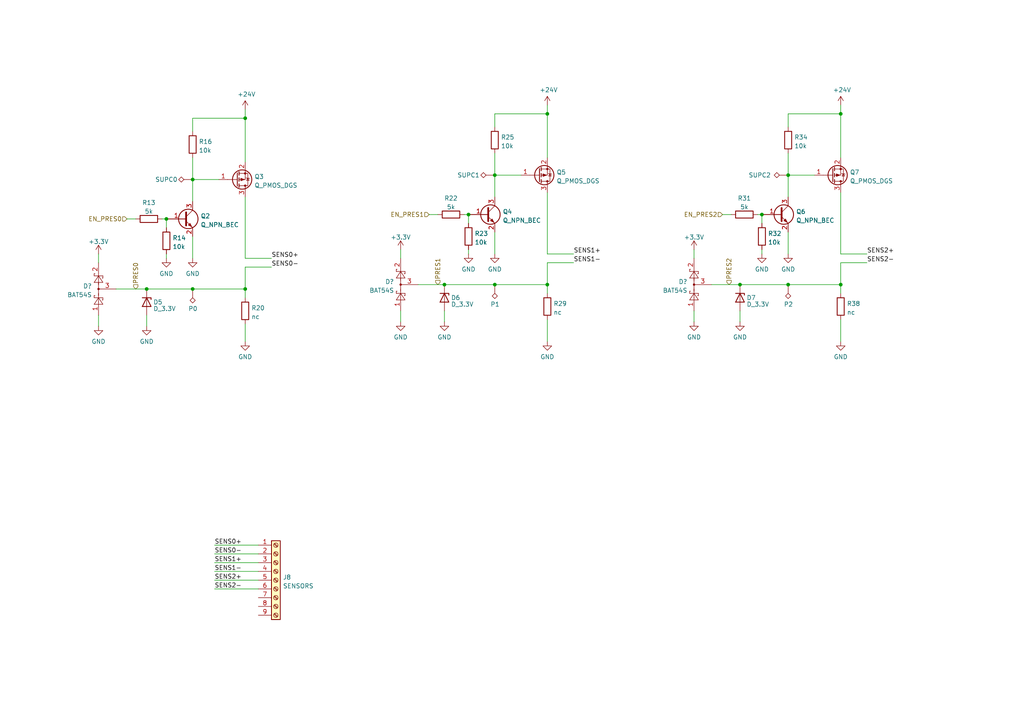
<source format=kicad_sch>
(kicad_sch (version 20211123) (generator eeschema)
  (paper "A4")
  (title_block (title "FloatPUMP Schematics") (date "2022-11-11") (rev "1.0") (company "robtor.de") (comment 1 "Controller board for up to 3 water pumps") (comment 2 "measuring capabilities with piezoresistive pressure sensors") (comment 3 "sensor input Range 4mA-20mA"))
  (lib_symbols
    (symbol "Connector:Screw_Terminal_01x09" (pin_names (offset 1.016) hide)
      (property "Reference" "J" (at 0 12.7 0))
      (property "Value" "Screw_Terminal_01x09" (at 0 -12.7 0))
      (symbol "Screw_Terminal_01x09_1_1"
        (rectangle (start -1.27 11.43) (end 1.27 -11.43) (stroke (width 0.254)) (fill (type background)))
        (circle (center 0 -10.16) (radius 0.635) (stroke (width 0.1524)))
        (circle (center 0 -7.62) (radius 0.635) (stroke (width 0.1524)))
        (circle (center 0 -5.08) (radius 0.635) (stroke (width 0.1524)))
        (circle (center 0 -2.54) (radius 0.635) (stroke (width 0.1524)))
        (polyline (pts (xy -0.5334 -9.8298) (xy 0.3302 -10.668)) (stroke (width 0.1524)))
        (polyline (pts (xy -0.5334 -7.2898) (xy 0.3302 -8.128)) (stroke (width 0.1524)))
        (polyline (pts (xy -0.5334 -4.7498) (xy 0.3302 -5.588)) (stroke (width 0.1524)))
        (polyline (pts (xy -0.5334 -2.2098) (xy 0.3302 -3.048)) (stroke (width 0.1524)))
        (polyline (pts (xy -0.5334 0.3302) (xy 0.3302 -0.508)) (stroke (width 0.1524)))
        (polyline (pts (xy -0.5334 2.8702) (xy 0.3302 2.032)) (stroke (width 0.1524)))
        (polyline (pts (xy -0.5334 5.4102) (xy 0.3302 4.572)) (stroke (width 0.1524)))
        (polyline (pts (xy -0.5334 7.9502) (xy 0.3302 7.112)) (stroke (width 0.1524)))
        (polyline (pts (xy -0.5334 10.4902) (xy 0.3302 9.652)) (stroke (width 0.1524)))
        (polyline (pts (xy -0.3556 -9.652) (xy 0.508 -10.4902)) (stroke (width 0.1524)))
        (polyline (pts (xy -0.3556 -7.112) (xy 0.508 -7.9502)) (stroke (width 0.1524)))
        (polyline (pts (xy -0.3556 -4.572) (xy 0.508 -5.4102)) (stroke (width 0.1524)))
        (polyline (pts (xy -0.3556 -2.032) (xy 0.508 -2.8702)) (stroke (width 0.1524)))
        (polyline (pts (xy -0.3556 0.508) (xy 0.508 -0.3302)) (stroke (width 0.1524)))
        (polyline (pts (xy -0.3556 3.048) (xy 0.508 2.2098)) (stroke (width 0.1524)))
        (polyline (pts (xy -0.3556 5.588) (xy 0.508 4.7498)) (stroke (width 0.1524)))
        (polyline (pts (xy -0.3556 8.128) (xy 0.508 7.2898)) (stroke (width 0.1524)))
        (polyline (pts (xy -0.3556 10.668) (xy 0.508 9.8298)) (stroke (width 0.1524)))
        (circle (center 0 0) (radius 0.635) (stroke (width 0.1524)))
        (circle (center 0 2.54) (radius 0.635) (stroke (width 0.1524)))
        (circle (center 0 5.08) (radius 0.635) (stroke (width 0.1524)))
        (circle (center 0 7.62) (radius 0.635) (stroke (width 0.1524)))
        (circle (center 0 10.16) (radius 0.635) (stroke (width 0.1524)))
        (pin passive line (at -5.08 10.16 0) (length 3.81) (name "Pin_1") (number "1"))
        (pin passive line (at -5.08 7.62 0) (length 3.81) (name "Pin_2") (number "2"))
        (pin passive line (at -5.08 5.08 0) (length 3.81) (name "Pin_3") (number "3"))
        (pin passive line (at -5.08 2.54 0) (length 3.81) (name "Pin_4") (number "4"))
        (pin passive line (at -5.08 0 0) (length 3.81) (name "Pin_5") (number "5"))
        (pin passive line (at -5.08 -2.54 0) (length 3.81) (name "Pin_6") (number "6"))
        (pin passive line (at -5.08 -5.08 0) (length 3.81) (name "Pin_7") (number "7"))
        (pin passive line (at -5.08 -7.62 0) (length 3.81) (name "Pin_8") (number "8"))
        (pin passive line (at -5.08 -10.16 0) (length 3.81) (name "Pin_9") (number "9"))
      )
    )
    (symbol "Connector:TestPoint_Alt" (pin_numbers hide) (pin_names (offset 0.762) hide)
      (property "Reference" "TP" (at 0 6.858 0))
      (property "Value" "TestPoint_Alt" (at 0 5.08 0))
      (symbol "TestPoint_Alt_0_1"
        (polyline (pts (xy 0 2.54) (xy -0.762 3.302) (xy 0 4.064) (xy 0.762 3.302) (xy 0 2.54)))
      )
      (symbol "TestPoint_Alt_1_1"
        (pin passive line (at 0 0 90) (length 2.54) (name "1") (number "1"))
      )
    )
    (symbol "D_Zener_1" (pin_numbers hide) (pin_names (offset 1.016) hide)
      (property "Reference" "D?" (at 2.032 0.8347 90))
      (property "Value" "D_Zener_1" (at 2.032 -1.7022 90))
      (symbol "D_Zener_1_0_1"
        (polyline (pts (xy 1.27 0) (xy -1.27 0)))
        (polyline (pts (xy -1.27 -1.27) (xy -1.27 1.27) (xy -0.762 1.27)) (stroke (width 0.254)))
        (polyline (pts (xy 1.27 -1.27) (xy 1.27 1.27) (xy -1.27 0) (xy 1.27 -1.27)) (stroke (width 0.254)))
      )
      (symbol "D_Zener_1_1_1"
        (pin passive line (at 3.81 0 180) (length 2.54) (name "A") (number "1"))
        (pin passive line (at -3.81 0 0) (length 2.54) (name "K") (number "3"))
      )
    )
    (symbol "Device:Q_NPN_BEC" (pin_names (offset 0) hide)
      (property "Reference" "Q" (at 5.08 1.27 0))
      (property "Value" "Q_NPN_BEC" (at 5.08 -1.27 0))
      (symbol "Q_NPN_BEC_0_1"
        (polyline (pts (xy 0.635 0.635) (xy 2.54 2.54)))
        (polyline (pts (xy 0.635 -0.635) (xy 2.54 -2.54) (xy 2.54 -2.54)))
        (polyline (pts (xy 0.635 1.905) (xy 0.635 -1.905) (xy 0.635 -1.905)) (stroke (width 0.508)))
        (polyline (pts (xy 1.27 -1.778) (xy 1.778 -1.27) (xy 2.286 -2.286) (xy 1.27 -1.778) (xy 1.27 -1.778)) (fill (type outline)))
        (circle (center 1.27 0) (radius 2.8194) (stroke (width 0.254)))
      )
      (symbol "Q_NPN_BEC_1_1"
        (pin input line (at -5.08 0 0) (length 5.715) (name "B") (number "1"))
        (pin passive line (at 2.54 -5.08 90) (length 2.54) (name "E") (number "2"))
        (pin passive line (at 2.54 5.08 270) (length 2.54) (name "C") (number "3"))
      )
    )
    (symbol "Device:Q_PMOS_GSD" (pin_names (offset 0) hide)
      (property "Reference" "Q" (at 5.08 1.27 0))
      (property "Value" "Q_PMOS_GSD" (at 5.08 -1.27 0))
      (symbol "Q_PMOS_GSD_0_1"
        (polyline (pts (xy 0.254 0) (xy -2.54 0)))
        (polyline (pts (xy 0.254 1.905) (xy 0.254 -1.905)) (stroke (width 0.254)))
        (polyline (pts (xy 0.762 -1.27) (xy 0.762 -2.286)) (stroke (width 0.254)))
        (polyline (pts (xy 0.762 0.508) (xy 0.762 -0.508)) (stroke (width 0.254)))
        (polyline (pts (xy 0.762 2.286) (xy 0.762 1.27)) (stroke (width 0.254)))
        (polyline (pts (xy 2.54 2.54) (xy 2.54 1.778)))
        (polyline (pts (xy 2.54 -2.54) (xy 2.54 0) (xy 0.762 0)))
        (polyline (pts (xy 0.762 1.778) (xy 3.302 1.778) (xy 3.302 -1.778) (xy 0.762 -1.778)))
        (polyline (pts (xy 2.286 0) (xy 1.27 0.381) (xy 1.27 -0.381) (xy 2.286 0)) (fill (type outline)))
        (polyline (pts (xy 2.794 -0.508) (xy 2.921 -0.381) (xy 3.683 -0.381) (xy 3.81 -0.254)))
        (polyline (pts (xy 3.302 -0.381) (xy 2.921 0.254) (xy 3.683 0.254) (xy 3.302 -0.381)))
        (circle (center 1.651 0) (radius 2.794) (stroke (width 0.254)))
        (circle (center 2.54 -1.778) (radius 0.254) (fill (type outline)))
        (circle (center 2.54 1.778) (radius 0.254) (fill (type outline)))
      )
      (symbol "Q_PMOS_GSD_1_1"
        (pin input line (at -5.08 0 0) (length 2.54) (name "G") (number "1"))
        (pin passive line (at 2.54 -5.08 90) (length 2.54) (name "S") (number "2"))
        (pin passive line (at 2.54 5.08 270) (length 2.54) (name "D") (number "3"))
      )
    )
    (symbol "Device:R" (pin_numbers hide) (pin_names (offset 0))
      (property "Reference" "R" (at 2.032 0 90))
      (property "Value" "R" (at 0 0 90))
      (symbol "R_0_1"
        (rectangle (start -1.016 -2.54) (end 1.016 2.54) (stroke (width 0.254)))
      )
      (symbol "R_1_1"
        (pin passive line (at 0 3.81 270) (length 1.27) (name "~") (number "1"))
        (pin passive line (at 0 -3.81 90) (length 1.27) (name "~") (number "2"))
      )
    )
    (symbol "Diode:BAT54S" (pin_names (offset 1.016))
      (property "Reference" "D" (at 0.635 -3.81 0))
      (property "Value" "BAT54S" (at -6.35 3.175 0))
      (symbol "BAT54S_0_1"
        (polyline (pts (xy -3.81 0) (xy -1.27 0)))
        (polyline (pts (xy -3.175 -1.27) (xy -3.175 -1.016)))
        (polyline (pts (xy -2.54 -1.27) (xy -3.175 -1.27)))
        (polyline (pts (xy -2.54 -1.27) (xy -2.54 1.27)))
        (polyline (pts (xy -2.54 1.27) (xy -1.905 1.27)))
        (polyline (pts (xy -1.905 0) (xy 1.905 0)))
        (polyline (pts (xy -1.905 1.27) (xy -1.905 1.016)))
        (polyline (pts (xy 1.27 0) (xy 3.81 0)))
        (polyline (pts (xy 3.175 -1.27) (xy 3.175 -1.016)))
        (polyline (pts (xy 3.81 -1.27) (xy 3.175 -1.27)))
        (polyline (pts (xy 3.81 -1.27) (xy 3.81 1.27)))
        (polyline (pts (xy 3.81 1.27) (xy 4.445 1.27)))
        (polyline (pts (xy 4.445 1.27) (xy 4.445 1.016)))
        (polyline (pts (xy -4.445 1.27) (xy -4.445 -1.27) (xy -2.54 0) (xy -4.445 1.27)))
        (polyline (pts (xy 1.905 1.27) (xy 1.905 -1.27) (xy 3.81 0) (xy 1.905 1.27)))
        (circle (center 0 0) (radius 0.254) (fill (type outline)))
      )
      (symbol "BAT54S_1_1"
        (pin passive line (at -7.62 0 0) (length 3.81) (name "~") (number "1"))
        (pin passive line (at 7.62 0 180) (length 3.81) (name "~") (number "2"))
        (pin passive line (at 0 -5.08 90) (length 5.08) (name "~") (number "3"))
      )
    )
    (symbol "power:+24V" (power) (pin_names (offset 0))
      (property "Value" "+24V" (at 0 3.556 0))
      (symbol "+24V_0_1"
        (polyline (pts (xy -0.762 1.27) (xy 0 2.54)))
        (polyline (pts (xy 0 0) (xy 0 2.54)))
        (polyline (pts (xy 0 2.54) (xy 0.762 1.27)))
      )
      (symbol "+24V_1_1"
        (pin power_in line (at 0 0 90) (length 0) hide (name "+24V") (number "1"))
      )
    )
    (symbol "power:+3.3V" (power) (pin_names (offset 0))
      (property "Value" "+3.3V" (at 0 3.556 0))
      (symbol "+3.3V_0_1"
        (polyline (pts (xy -0.762 1.27) (xy 0 2.54)))
        (polyline (pts (xy 0 0) (xy 0 2.54)))
        (polyline (pts (xy 0 2.54) (xy 0.762 1.27)))
      )
      (symbol "+3.3V_1_1"
        (pin power_in line (at 0 0 90) (length 0) hide (name "+3.3V") (number "1"))
      )
    )
    (symbol "power:GND" (power) (pin_names (offset 0))
      (property "Value" "GND" (at 0 -3.81 0))
      (symbol "GND_0_1"
        (polyline (pts (xy 0 0) (xy 0 -1.27) (xy 1.27 -1.27) (xy 0 -2.54) (xy -1.27 -1.27) (xy 0 -1.27)))
      )
      (symbol "GND_1_1"
        (pin power_in line (at 0 0 270) (length 0) hide (name "GND") (number "1"))
      )
    )
  )
  (junction (at 143.51 50.8))
  (junction (at 128.905 82.55))
  (junction (at 158.75 33.02))
  (junction (at 243.84 33.02))
  (junction (at 243.84 82.55))
  (junction (at 55.88 52.07))
  (junction (at 158.75 82.55))
  (junction (at 228.6 82.55))
  (junction (at 228.6 50.8))
  (junction (at 42.545 83.82))
  (junction (at 214.63 82.55))
  (junction (at 220.98 62.23))
  (junction (at 135.89 62.23))
  (junction (at 55.88 83.82))
  (junction (at 71.12 34.29))
  (junction (at 143.51 82.55))
  (junction (at 71.12 83.82))
  (junction (at 48.26 63.5))
  (wire (pts (xy 33.655 83.82) (xy 42.545 83.82)))
  (wire (pts (xy 219.71 62.23) (xy 220.98 62.23)))
  (wire (pts (xy 128.905 82.55) (xy 143.51 82.55)))
  (wire (pts (xy 143.51 33.02) (xy 158.75 33.02)))
  (wire (pts (xy 62.23 170.815) (xy 74.93 170.815)))
  (wire (pts (xy 220.98 72.39) (xy 220.98 73.66)))
  (wire (pts (xy 228.6 44.45) (xy 228.6 50.8)))
  (wire (pts (xy 128.905 90.17) (xy 128.905 93.345)))
  (wire (pts (xy 134.62 62.23) (xy 135.89 62.23)))
  (wire (pts (xy 158.75 82.55) (xy 158.75 85.09)))
  (wire (pts (xy 71.12 31.75) (xy 71.12 34.29)))
  (wire (pts (xy 62.23 158.115) (xy 74.93 158.115)))
  (wire (pts (xy 243.84 82.55) (xy 243.84 85.09)))
  (wire (pts (xy 62.23 163.195) (xy 74.93 163.195)))
  (wire (pts (xy 62.23 165.735) (xy 74.93 165.735)))
  (wire (pts (xy 55.88 45.72) (xy 55.88 52.07)))
  (wire (pts (xy 166.37 76.2) (xy 158.75 76.2)))
  (wire (pts (xy 62.23 168.275) (xy 74.93 168.275)))
  (wire (pts (xy 228.6 67.31) (xy 228.6 73.66)))
  (wire (pts (xy 158.75 76.2) (xy 158.75 82.55)))
  (wire (pts (xy 243.84 92.71) (xy 243.84 99.06)))
  (wire (pts (xy 71.12 57.15) (xy 71.12 74.93)))
  (wire (pts (xy 124.46 62.23) (xy 127 62.23)))
  (wire (pts (xy 48.26 63.5) (xy 48.26 66.04)))
  (wire (pts (xy 158.75 92.71) (xy 158.75 99.06)))
  (wire (pts (xy 158.75 55.88) (xy 158.75 73.66)))
  (wire (pts (xy 201.295 72.39) (xy 201.295 74.93)))
  (wire (pts (xy 228.6 36.83) (xy 228.6 33.02)))
  (wire (pts (xy 158.75 30.48) (xy 158.75 33.02)))
  (wire (pts (xy 228.6 50.8) (xy 236.22 50.8)))
  (wire (pts (xy 201.295 90.17) (xy 201.295 93.345)))
  (wire (pts (xy 28.575 73.66) (xy 28.575 76.2)))
  (wire (pts (xy 143.51 36.83) (xy 143.51 33.02)))
  (wire (pts (xy 220.98 62.23) (xy 220.98 64.77)))
  (wire (pts (xy 78.74 77.47) (xy 71.12 77.47)))
  (wire (pts (xy 135.89 72.39) (xy 135.89 73.66)))
  (wire (pts (xy 78.74 74.93) (xy 71.12 74.93)))
  (wire (pts (xy 55.88 38.1) (xy 55.88 34.29)))
  (wire (pts (xy 228.6 82.55) (xy 243.84 82.55)))
  (wire (pts (xy 55.88 52.07) (xy 63.5 52.07)))
  (wire (pts (xy 36.83 63.5) (xy 39.37 63.5)))
  (wire (pts (xy 251.46 73.66) (xy 243.84 73.66)))
  (wire (pts (xy 28.575 91.44) (xy 28.575 94.615)))
  (wire (pts (xy 206.375 82.55) (xy 214.63 82.55)))
  (wire (pts (xy 55.88 68.58) (xy 55.88 74.93)))
  (wire (pts (xy 143.51 50.8) (xy 143.51 57.15)))
  (wire (pts (xy 55.88 34.29) (xy 71.12 34.29)))
  (wire (pts (xy 143.51 44.45) (xy 143.51 50.8)))
  (wire (pts (xy 121.285 82.55) (xy 128.905 82.55)))
  (wire (pts (xy 251.46 76.2) (xy 243.84 76.2)))
  (wire (pts (xy 209.55 62.23) (xy 212.09 62.23)))
  (wire (pts (xy 71.12 34.29) (xy 71.12 46.99)))
  (wire (pts (xy 135.89 64.77) (xy 135.89 62.23)))
  (wire (pts (xy 228.6 50.8) (xy 228.6 57.15)))
  (wire (pts (xy 143.51 67.31) (xy 143.51 73.66)))
  (wire (pts (xy 55.88 52.07) (xy 55.88 58.42)))
  (wire (pts (xy 42.545 91.44) (xy 42.545 94.615)))
  (wire (pts (xy 158.75 33.02) (xy 158.75 45.72)))
  (wire (pts (xy 243.84 33.02) (xy 243.84 45.72)))
  (wire (pts (xy 48.26 73.66) (xy 48.26 74.93)))
  (wire (pts (xy 143.51 82.55) (xy 158.75 82.55)))
  (wire (pts (xy 42.545 83.82) (xy 55.88 83.82)))
  (wire (pts (xy 166.37 73.66) (xy 158.75 73.66)))
  (wire (pts (xy 71.12 93.98) (xy 71.12 99.06)))
  (wire (pts (xy 116.205 72.39) (xy 116.205 74.93)))
  (wire (pts (xy 143.51 50.8) (xy 151.13 50.8)))
  (wire (pts (xy 214.63 82.55) (xy 228.6 82.55)))
  (wire (pts (xy 243.84 76.2) (xy 243.84 82.55)))
  (wire (pts (xy 228.6 33.02) (xy 243.84 33.02)))
  (wire (pts (xy 71.12 83.82) (xy 71.12 86.36)))
  (wire (pts (xy 62.23 160.655) (xy 74.93 160.655)))
  (wire (pts (xy 71.12 77.47) (xy 71.12 83.82)))
  (wire (pts (xy 55.88 83.82) (xy 71.12 83.82)))
  (wire (pts (xy 243.84 30.48) (xy 243.84 33.02)))
  (wire (pts (xy 243.84 55.88) (xy 243.84 73.66)))
  (wire (pts (xy 46.99 63.5) (xy 48.26 63.5)))
  (wire (pts (xy 116.205 90.17) (xy 116.205 93.345)))
  (wire (pts (xy 214.63 90.17) (xy 214.63 93.345)))
  (label "SENS0+" (at 78.74 74.93 0))
  (label "SENS1-" (at 166.37 76.2 0))
  (label "SENS0-" (at 78.74 77.47 0))
  (label "SENS1+" (at 166.37 73.66 0))
  (label "SENS1-" (at 62.23 165.735 0))
  (label "SENS1+" (at 62.23 163.195 0))
  (label "SENS2+" (at 251.46 73.66 0))
  (label "SENS2-" (at 251.46 76.2 0))
  (label "SENS0-" (at 62.23 160.655 0))
  (label "SENS2-" (at 62.23 170.815 0))
  (label "SENS2+" (at 62.23 168.275 0))
  (label "SENS0+" (at 62.23 158.115 0))
  (hierarchical_label "EN_PRES1" (shape input) (at 124.46 62.23 180))
  (hierarchical_label "PRES2" (shape input) (at 211.455 82.55 90))
  (hierarchical_label "PRES0" (shape input) (at 39.37 83.82 90))
  (hierarchical_label "EN_PRES2" (shape input) (at 209.55 62.23 180))
  (hierarchical_label "EN_PRES0" (shape input) (at 36.83 63.5 180))
  (hierarchical_label "PRES1" (shape input) (at 127 82.55 90))
  (symbol (lib_id "power:+24V") (at 71.12 31.75 0) (unit 1)
    (property "Reference" "#PWR044" (effects hide))
    (property "Value" "+24V" (at 71.501 27.3558 0))
  )
  (symbol (lib_id "power:+24V") (at 158.75 30.48 0) (unit 1)
    (property "Reference" "#PWR050" (effects hide))
    (property "Value" "+24V" (at 159.131 26.0858 0))
  )
  (symbol (lib_id "power:GND") (at 214.63 93.345 0) (unit 1)
    (property "Reference" "#PWR052" (effects hide))
    (property "Value" "GND" (at 214.63 97.7884 0))
  )
  (symbol (lib_id "Connector:Screw_Terminal_01x09") (at 80.01 168.275 0) (unit 1)
    (property "Reference" "J8" (at 82.042 167.4403 0) (effects (justify left)))
    (property "Value" "SENSORS" (at 82.042 169.9772 0) (effects (justify left)))
    (property "Footprint" "TerminalBlock_Phoenix:TerminalBlock_Phoenix_MKDS-3-9-5.08_1x09_P5.08mm_Horizontal" (effects hide))
  )
  (symbol (lib_id "Diode:BAT54S") (at 28.575 83.82 90) (unit 1)
    (property "Reference" "D?" (at 26.67 82.9853 90) (effects (justify left)))
    (property "Value" "BAT54S" (at 26.67 85.5222 90) (effects (justify left)))
    (property "Footprint" "Package_TO_SOT_SMD:SOT-23" (effects hide))
    (property "Datasheet" "https://www.diodes.com/assets/Datasheets/ds11005.pdf" (effects hide))
    (property "JLCPCB" "C2762214" (effects hide))
  )
  (symbol (lib_id "power:+24V") (at 243.84 30.48 0) (unit 1)
    (property "Reference" "#PWR056" (effects hide))
    (property "Value" "+24V" (at 244.221 26.0858 0))
  )
  (symbol (lib_id "Device:Q_PMOS_GSD") (at 156.21 50.8 0) (mirror x) (unit 1)
    (property "Reference" "Q5" (at 161.417 49.9653 0) (effects (justify left)))
    (property "Value" "Q_PMOS_DGS" (at 161.417 52.5022 0) (effects (justify left)))
    (property "Footprint" "Package_TO_SOT_SMD:SOT-23" (effects hide))
    (property "Datasheet" "https://datasheet.lcsc.com/lcsc/1809291614_Jiangsu-Changjing-Electronics-Technology-Co---Ltd--BSS84_C114481.pdf" (effects hide))
    (property "JLCPCB" " C114481" (effects hide))
  )
  (symbol (lib_id "power:GND") (at 228.6 73.66 0) (unit 1)
    (property "Reference" "#PWR054" (effects hide))
    (property "Value" "GND" (at 228.6 78.1034 0))
  )
  (symbol (lib_id "power:GND") (at 116.205 93.345 0) (unit 1)
    (property "Reference" "#PWR?" (effects hide))
    (property "Value" "GND" (at 116.205 97.7884 0))
  )
  (symbol (lib_id "Device:Q_PMOS_GSD") (at 68.58 52.07 0) (mirror x) (unit 1)
    (property "Reference" "Q3" (at 73.787 51.2353 0) (effects (justify left)))
    (property "Value" "Q_PMOS_DGS" (at 73.787 53.7722 0) (effects (justify left)))
    (property "Footprint" "Package_TO_SOT_SMD:SOT-23" (effects hide))
    (property "Datasheet" "https://datasheet.lcsc.com/lcsc/1809291614_Jiangsu-Changjing-Electronics-Technology-Co---Ltd--BSS84_C114481.pdf" (effects hide))
    (property "JLCPCB" " C114481" (effects hide))
  )
  (symbol (lib_id "power:GND") (at 158.75 99.06 0) (unit 1)
    (property "Reference" "#PWR051" (effects hide))
    (property "Value" "GND" (at 158.75 103.5034 0))
  )
  (symbol (lib_id "Connector:TestPoint_Alt") (at 55.88 83.82 180) (unit 1)
    (property "Reference" "TP11" (effects hide))
    (property "Value" "P0" (at 54.61 89.535 0) (effects (justify right)))
    (property "Footprint" "TestPoint:TestPoint_Pad_D1.0mm" (effects hide))
  )
  (symbol (lib_id "power:+3.3V") (at 28.575 73.66 0) (unit 1)
    (property "Reference" "#PWR?" (effects hide))
    (property "Value" "+3.3V" (at 28.575 70.0842 0))
  )
  (symbol (lib_id "Connector:TestPoint_Alt") (at 228.6 82.55 180) (unit 1)
    (property "Reference" "TP15" (effects hide))
    (property "Value" "P2" (at 227.33 88.265 0) (effects (justify right)))
    (property "Footprint" "TestPoint:TestPoint_Pad_D1.0mm" (effects hide))
  )
  (symbol (lib_id "Device:R") (at 215.9 62.23 90) (unit 1)
    (property "Reference" "R31" (at 215.9 57.5142 90))
    (property "Value" "5k" (at 215.9 60.0511 90))
    (property "Footprint" "Resistor_SMD:R_0402_1005Metric" (effects hide))
    (property "JLCPCB" "C332873" (effects hide))
  )
  (symbol (lib_id "power:+3.3V") (at 116.205 72.39 0) (unit 1)
    (property "Reference" "#PWR?" (effects hide))
    (property "Value" "+3.3V" (at 116.205 68.8142 0))
  )
  (symbol (lib_id "Device:R") (at 55.88 41.91 0) (unit 1)
    (property "Reference" "R16" (at 57.658 41.0753 0) (effects (justify left)))
    (property "Value" "10k" (at 57.658 43.6122 0) (effects (justify left)))
    (property "Footprint" "Resistor_SMD:R_0603_1608Metric" (effects hide))
    (property "JLCPCB" "C238881" (effects hide))
  )
  (symbol (lib_id "power:GND") (at 243.84 99.06 0) (unit 1)
    (property "Reference" "#PWR055" (effects hide))
    (property "Value" "GND" (at 243.84 103.5034 0))
  )
  (symbol (lib_id "Connector:TestPoint_Alt") (at 143.51 50.8 90) (unit 1)
    (property "Reference" "TP12" (effects hide))
    (property "Value" "SUPC1" (at 135.89 50.8 90))
    (property "Footprint" "TestPoint:TestPoint_Pad_D1.0mm" (effects hide))
  )
  (symbol (lib_name "D_Zener_1") (lib_id "Device:D_Zener") (at 214.63 86.36 270) (unit 1)
    (property "Reference" "D7" (at 216.535 86.36 90) (effects (justify left)))
    (property "Value" "D_3.3V" (at 216.535 88.265 90) (effects (justify left)))
    (property "Footprint" "Package_TO_SOT_SMD:SOT-23" (effects hide))
    (property "Datasheet" "https://datasheet.lcsc.com/lcsc/1809191825_LRC-LBZX84C3V3LT1G_C12745.pdf" (effects hide))
  )
  (symbol (lib_id "power:GND") (at 48.26 74.93 0) (unit 1)
    (property "Reference" "#PWR041" (effects hide))
    (property "Value" "GND" (at 48.26 79.3734 0))
  )
  (symbol (lib_id "Device:Q_NPN_BEC") (at 140.97 62.23 0) (unit 1)
    (property "Reference" "Q4" (at 145.8214 61.3953 0) (effects (justify left)))
    (property "Value" "Q_NPN_BEC" (at 145.8214 63.9322 0) (effects (justify left)))
    (property "Footprint" "Package_TO_SOT_SMD:SOT-23" (effects hide))
    (property "Datasheet" "https://datasheet.lcsc.com/lcsc/1912111437_Diodes-Incorporated-FMMT491TA_C141788.pdf" (effects hide))
    (property "JLCPCB" "C141788" (effects hide))
  )
  (symbol (lib_id "power:GND") (at 135.89 73.66 0) (unit 1)
    (property "Reference" "#PWR047" (effects hide))
    (property "Value" "GND" (at 135.89 78.1034 0))
  )
  (symbol (lib_id "Device:Q_NPN_BEC") (at 53.34 63.5 0) (unit 1)
    (property "Reference" "Q2" (at 58.1914 62.6653 0) (effects (justify left)))
    (property "Value" "Q_NPN_BEC" (at 58.1914 65.2022 0) (effects (justify left)))
    (property "Footprint" "Package_TO_SOT_SMD:SOT-23" (effects hide))
    (property "Datasheet" "https://datasheet.lcsc.com/lcsc/1912111437_Diodes-Incorporated-FMMT491TA_C141788.pdf" (effects hide))
    (property "JLCPCB" "C141788" (effects hide))
  )
  (symbol (lib_id "power:+3.3V") (at 201.295 72.39 0) (unit 1)
    (property "Reference" "#PWR?" (effects hide))
    (property "Value" "+3.3V" (at 201.295 68.8142 0))
  )
  (symbol (lib_id "power:GND") (at 201.295 93.345 0) (unit 1)
    (property "Reference" "#PWR?" (effects hide))
    (property "Value" "GND" (at 201.295 97.7884 0))
  )
  (symbol (lib_id "Connector:TestPoint_Alt") (at 143.51 82.55 180) (unit 1)
    (property "Reference" "TP13" (effects hide))
    (property "Value" "P1" (at 142.24 88.265 0) (effects (justify right)))
    (property "Footprint" "TestPoint:TestPoint_Pad_D1.0mm" (effects hide))
  )
  (symbol (lib_id "Connector:TestPoint_Alt") (at 55.88 52.07 90) (unit 1)
    (property "Reference" "TP10" (effects hide))
    (property "Value" "SUPC0" (at 48.26 52.07 90))
    (property "Footprint" "TestPoint:TestPoint_Pad_D1.0mm" (effects hide))
  )
  (symbol (lib_id "power:GND") (at 71.12 99.06 0) (unit 1)
    (property "Reference" "#PWR045" (effects hide))
    (property "Value" "GND" (at 71.12 103.5034 0))
  )
  (symbol (lib_id "power:GND") (at 143.51 73.66 0) (unit 1)
    (property "Reference" "#PWR048" (effects hide))
    (property "Value" "GND" (at 143.51 78.1034 0))
  )
  (symbol (lib_id "Device:R") (at 220.98 68.58 0) (unit 1)
    (property "Reference" "R32" (at 222.758 67.7453 0) (effects (justify left)))
    (property "Value" "10k" (at 222.758 70.2822 0) (effects (justify left)))
    (property "Footprint" "Resistor_SMD:R_0603_1608Metric" (effects hide))
    (property "JLCPCB" "C238881" (effects hide))
  )
  (symbol (lib_id "Device:R") (at 135.89 68.58 0) (unit 1)
    (property "Reference" "R23" (at 137.668 67.7453 0) (effects (justify left)))
    (property "Value" "10k" (at 137.668 70.2822 0) (effects (justify left)))
    (property "Footprint" "Resistor_SMD:R_0603_1608Metric" (effects hide))
    (property "JLCPCB" "C238881" (effects hide))
  )
  (symbol (lib_id "Device:R") (at 158.75 88.9 0) (unit 1)
    (property "Reference" "R29" (at 160.528 88.0653 0) (effects (justify left)))
    (property "Value" "nc" (at 160.528 90.6022 0) (effects (justify left)))
    (property "Footprint" "Resistor_THT:R_Axial_DIN0204_L3.6mm_D1.6mm_P7.62mm_Horizontal" (effects hide))
  )
  (symbol (lib_name "D_Zener_1") (lib_id "Device:D_Zener") (at 128.905 86.36 270) (unit 1)
    (property "Reference" "D6" (at 130.81 86.36 90) (effects (justify left)))
    (property "Value" "D_3.3V" (at 130.81 88.265 90) (effects (justify left)))
    (property "Footprint" "Package_TO_SOT_SMD:SOT-23" (effects hide))
    (property "Datasheet" "https://datasheet.lcsc.com/lcsc/1809191825_LRC-LBZX84C3V3LT1G_C12745.pdf" (effects hide))
  )
  (symbol (lib_id "Device:R") (at 48.26 69.85 0) (unit 1)
    (property "Reference" "R14" (at 50.038 69.0153 0) (effects (justify left)))
    (property "Value" "10k" (at 50.038 71.5522 0) (effects (justify left)))
    (property "Footprint" "Resistor_SMD:R_0603_1608Metric" (effects hide))
    (property "JLCPCB" "C238881" (effects hide))
  )
  (symbol (lib_id "Device:R") (at 243.84 88.9 0) (unit 1)
    (property "Reference" "R38" (at 245.618 88.0653 0) (effects (justify left)))
    (property "Value" "nc" (at 245.618 90.6022 0) (effects (justify left)))
    (property "Footprint" "Resistor_THT:R_Axial_DIN0204_L3.6mm_D1.6mm_P7.62mm_Horizontal" (effects hide))
  )
  (symbol (lib_id "Device:Q_NPN_BEC") (at 226.06 62.23 0) (unit 1)
    (property "Reference" "Q6" (at 230.9114 61.3953 0) (effects (justify left)))
    (property "Value" "Q_NPN_BEC" (at 230.9114 63.9322 0) (effects (justify left)))
    (property "Footprint" "Package_TO_SOT_SMD:SOT-23" (effects hide))
    (property "Datasheet" "https://datasheet.lcsc.com/lcsc/1912111437_Diodes-Incorporated-FMMT491TA_C141788.pdf" (effects hide))
    (property "JLCPCB" "C141788" (effects hide))
  )
  (symbol (lib_id "power:GND") (at 28.575 94.615 0) (unit 1)
    (property "Reference" "#PWR?" (effects hide))
    (property "Value" "GND" (at 28.575 99.0584 0))
  )
  (symbol (lib_id "Device:R") (at 71.12 90.17 0) (unit 1)
    (property "Reference" "R20" (at 72.898 89.3353 0) (effects (justify left)))
    (property "Value" "nc" (at 72.898 91.8722 0) (effects (justify left)))
    (property "Footprint" "Resistor_THT:R_Axial_DIN0204_L3.6mm_D1.6mm_P7.62mm_Horizontal" (effects hide))
  )
  (symbol (lib_id "Diode:BAT54S") (at 201.295 82.55 90) (unit 1)
    (property "Reference" "D?" (at 199.39 81.7153 90) (effects (justify left)))
    (property "Value" "BAT54S" (at 199.39 84.2522 90) (effects (justify left)))
    (property "Footprint" "Package_TO_SOT_SMD:SOT-23" (effects hide))
    (property "Datasheet" "https://www.diodes.com/assets/Datasheets/ds11005.pdf" (effects hide))
    (property "JLCPCB" "C2762214" (effects hide))
  )
  (symbol (lib_id "Device:R") (at 130.81 62.23 90) (unit 1)
    (property "Reference" "R22" (at 130.81 57.5142 90))
    (property "Value" "5k" (at 130.81 60.0511 90))
    (property "Footprint" "Resistor_SMD:R_0402_1005Metric" (effects hide))
    (property "JLCPCB" "C332873" (effects hide))
  )
  (symbol (lib_id "Device:Q_PMOS_GSD") (at 241.3 50.8 0) (mirror x) (unit 1)
    (property "Reference" "Q7" (at 246.507 49.9653 0) (effects (justify left)))
    (property "Value" "Q_PMOS_DGS" (at 246.507 52.5022 0) (effects (justify left)))
    (property "Footprint" "Package_TO_SOT_SMD:SOT-23" (effects hide))
    (property "Datasheet" "https://datasheet.lcsc.com/lcsc/1809291614_Jiangsu-Changjing-Electronics-Technology-Co---Ltd--BSS84_C114481.pdf" (effects hide))
    (property "JLCPCB" " C114481" (effects hide))
  )
  (symbol (lib_id "power:GND") (at 220.98 73.66 0) (unit 1)
    (property "Reference" "#PWR053" (effects hide))
    (property "Value" "GND" (at 220.98 78.1034 0))
  )
  (symbol (lib_id "power:GND") (at 42.545 94.615 0) (unit 1)
    (property "Reference" "#PWR040" (effects hide))
    (property "Value" "GND" (at 42.545 99.0584 0))
  )
  (symbol (lib_id "Connector:TestPoint_Alt") (at 228.6 50.8 90) (unit 1)
    (property "Reference" "TP14" (effects hide))
    (property "Value" "SUPC2" (at 220.345 50.8 90))
    (property "Footprint" "TestPoint:TestPoint_Pad_D1.0mm" (effects hide))
  )
  (symbol (lib_id "Diode:BAT54S") (at 116.205 82.55 90) (unit 1)
    (property "Reference" "D?" (at 114.3 81.7153 90) (effects (justify left)))
    (property "Value" "BAT54S" (at 114.3 84.2522 90) (effects (justify left)))
    (property "Footprint" "Package_TO_SOT_SMD:SOT-23" (effects hide))
    (property "Datasheet" "https://www.diodes.com/assets/Datasheets/ds11005.pdf" (effects hide))
    (property "JLCPCB" "C2762214" (effects hide))
  )
  (symbol (lib_id "Device:R") (at 228.6 40.64 0) (unit 1)
    (property "Reference" "R34" (at 230.378 39.8053 0) (effects (justify left)))
    (property "Value" "10k" (at 230.378 42.3422 0) (effects (justify left)))
    (property "Footprint" "Resistor_SMD:R_0603_1608Metric" (effects hide))
    (property "JLCPCB" "C238881" (effects hide))
  )
  (symbol (lib_id "power:GND") (at 55.88 74.93 0) (unit 1)
    (property "Reference" "#PWR042" (effects hide))
    (property "Value" "GND" (at 55.88 79.3734 0))
  )
  (symbol (lib_name "D_Zener_1") (lib_id "Device:D_Zener") (at 42.545 87.63 270) (unit 1)
    (property "Reference" "D5" (at 44.45 87.63 90) (effects (justify left)))
    (property "Value" "D_3.3V" (at 44.45 89.535 90) (effects (justify left)))
    (property "Footprint" "Package_TO_SOT_SMD:SOT-23" (effects hide))
    (property "Datasheet" "https://datasheet.lcsc.com/lcsc/1809191825_LRC-LBZX84C3V3LT1G_C12745.pdf" (effects hide))
  )
  (symbol (lib_id "power:GND") (at 128.905 93.345 0) (unit 1)
    (property "Reference" "#PWR046" (effects hide))
    (property "Value" "GND" (at 128.905 97.7884 0))
  )
  (symbol (lib_id "Device:R") (at 43.18 63.5 90) (unit 1)
    (property "Reference" "R13" (at 43.18 58.7842 90))
    (property "Value" "5k" (at 43.18 61.3211 90))
    (property "Footprint" "Resistor_SMD:R_0402_1005Metric" (effects hide))
    (property "JLCPCB" "C332873" (effects hide))
  )
  (symbol (lib_id "Device:R") (at 143.51 40.64 0) (unit 1)
    (property "Reference" "R25" (at 145.288 39.8053 0) (effects (justify left)))
    (property "Value" "10k" (at 145.288 42.3422 0) (effects (justify left)))
    (property "Footprint" "Resistor_SMD:R_0603_1608Metric" (effects hide))
    (property "JLCPCB" "C238881" (effects hide))
  )
)
</source>
